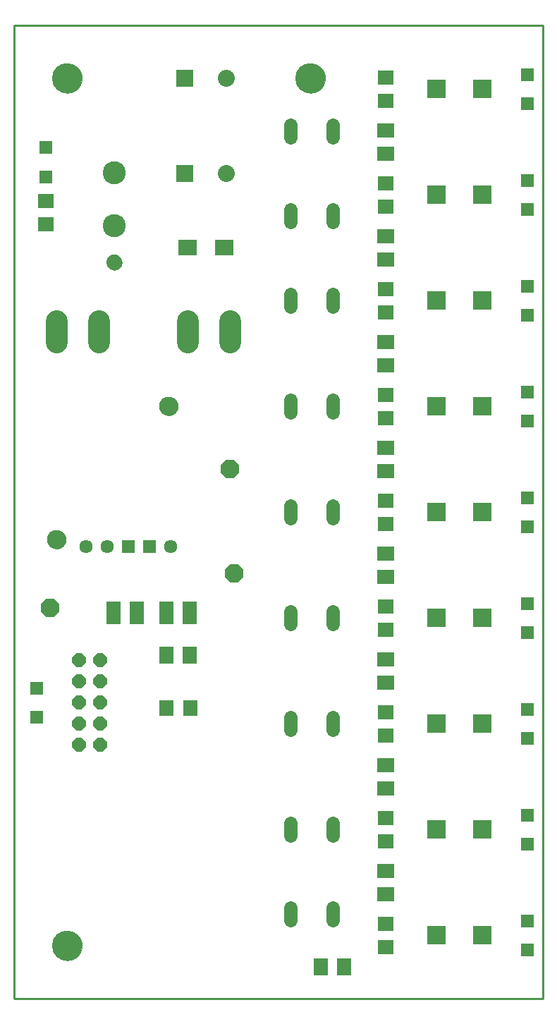
<source format=gts>
G75*
%MOIN*%
%OFA0B0*%
%FSLAX25Y25*%
%IPPOS*%
%LPD*%
%AMOC8*
5,1,8,0,0,1.08239X$1,22.5*
%
%ADD10C,0.00000*%
%ADD11C,0.14180*%
%ADD12C,0.01000*%
%ADD13R,0.08600X0.07400*%
%ADD14R,0.06699X0.11030*%
%ADD15C,0.08000*%
%ADD16R,0.08000X0.08000*%
%ADD17R,0.06306X0.06306*%
%ADD18R,0.07498X0.06699*%
%ADD19OC8,0.08900*%
%ADD20C,0.06400*%
%ADD21R,0.08668X0.08668*%
%ADD22OC8,0.06400*%
%ADD23R,0.06699X0.07498*%
%ADD24C,0.06337*%
%ADD25R,0.06337X0.06337*%
%ADD26C,0.09000*%
%ADD27R,0.08274X0.06699*%
%ADD28R,0.06699X0.08274*%
%ADD29C,0.10400*%
%ADD30C,0.10900*%
%ADD31C,0.07400*%
D10*
X0019610Y0028269D02*
X0019612Y0028438D01*
X0019618Y0028607D01*
X0019629Y0028776D01*
X0019643Y0028944D01*
X0019662Y0029112D01*
X0019685Y0029280D01*
X0019711Y0029447D01*
X0019742Y0029613D01*
X0019777Y0029779D01*
X0019816Y0029943D01*
X0019860Y0030107D01*
X0019907Y0030269D01*
X0019958Y0030430D01*
X0020013Y0030590D01*
X0020072Y0030749D01*
X0020134Y0030906D01*
X0020201Y0031061D01*
X0020272Y0031215D01*
X0020346Y0031367D01*
X0020424Y0031517D01*
X0020505Y0031665D01*
X0020590Y0031811D01*
X0020679Y0031955D01*
X0020771Y0032097D01*
X0020867Y0032236D01*
X0020966Y0032373D01*
X0021068Y0032508D01*
X0021174Y0032640D01*
X0021283Y0032769D01*
X0021395Y0032896D01*
X0021510Y0033020D01*
X0021628Y0033141D01*
X0021749Y0033259D01*
X0021873Y0033374D01*
X0022000Y0033486D01*
X0022129Y0033595D01*
X0022261Y0033701D01*
X0022396Y0033803D01*
X0022533Y0033902D01*
X0022672Y0033998D01*
X0022814Y0034090D01*
X0022958Y0034179D01*
X0023104Y0034264D01*
X0023252Y0034345D01*
X0023402Y0034423D01*
X0023554Y0034497D01*
X0023708Y0034568D01*
X0023863Y0034635D01*
X0024020Y0034697D01*
X0024179Y0034756D01*
X0024339Y0034811D01*
X0024500Y0034862D01*
X0024662Y0034909D01*
X0024826Y0034953D01*
X0024990Y0034992D01*
X0025156Y0035027D01*
X0025322Y0035058D01*
X0025489Y0035084D01*
X0025657Y0035107D01*
X0025825Y0035126D01*
X0025993Y0035140D01*
X0026162Y0035151D01*
X0026331Y0035157D01*
X0026500Y0035159D01*
X0026669Y0035157D01*
X0026838Y0035151D01*
X0027007Y0035140D01*
X0027175Y0035126D01*
X0027343Y0035107D01*
X0027511Y0035084D01*
X0027678Y0035058D01*
X0027844Y0035027D01*
X0028010Y0034992D01*
X0028174Y0034953D01*
X0028338Y0034909D01*
X0028500Y0034862D01*
X0028661Y0034811D01*
X0028821Y0034756D01*
X0028980Y0034697D01*
X0029137Y0034635D01*
X0029292Y0034568D01*
X0029446Y0034497D01*
X0029598Y0034423D01*
X0029748Y0034345D01*
X0029896Y0034264D01*
X0030042Y0034179D01*
X0030186Y0034090D01*
X0030328Y0033998D01*
X0030467Y0033902D01*
X0030604Y0033803D01*
X0030739Y0033701D01*
X0030871Y0033595D01*
X0031000Y0033486D01*
X0031127Y0033374D01*
X0031251Y0033259D01*
X0031372Y0033141D01*
X0031490Y0033020D01*
X0031605Y0032896D01*
X0031717Y0032769D01*
X0031826Y0032640D01*
X0031932Y0032508D01*
X0032034Y0032373D01*
X0032133Y0032236D01*
X0032229Y0032097D01*
X0032321Y0031955D01*
X0032410Y0031811D01*
X0032495Y0031665D01*
X0032576Y0031517D01*
X0032654Y0031367D01*
X0032728Y0031215D01*
X0032799Y0031061D01*
X0032866Y0030906D01*
X0032928Y0030749D01*
X0032987Y0030590D01*
X0033042Y0030430D01*
X0033093Y0030269D01*
X0033140Y0030107D01*
X0033184Y0029943D01*
X0033223Y0029779D01*
X0033258Y0029613D01*
X0033289Y0029447D01*
X0033315Y0029280D01*
X0033338Y0029112D01*
X0033357Y0028944D01*
X0033371Y0028776D01*
X0033382Y0028607D01*
X0033388Y0028438D01*
X0033390Y0028269D01*
X0033388Y0028100D01*
X0033382Y0027931D01*
X0033371Y0027762D01*
X0033357Y0027594D01*
X0033338Y0027426D01*
X0033315Y0027258D01*
X0033289Y0027091D01*
X0033258Y0026925D01*
X0033223Y0026759D01*
X0033184Y0026595D01*
X0033140Y0026431D01*
X0033093Y0026269D01*
X0033042Y0026108D01*
X0032987Y0025948D01*
X0032928Y0025789D01*
X0032866Y0025632D01*
X0032799Y0025477D01*
X0032728Y0025323D01*
X0032654Y0025171D01*
X0032576Y0025021D01*
X0032495Y0024873D01*
X0032410Y0024727D01*
X0032321Y0024583D01*
X0032229Y0024441D01*
X0032133Y0024302D01*
X0032034Y0024165D01*
X0031932Y0024030D01*
X0031826Y0023898D01*
X0031717Y0023769D01*
X0031605Y0023642D01*
X0031490Y0023518D01*
X0031372Y0023397D01*
X0031251Y0023279D01*
X0031127Y0023164D01*
X0031000Y0023052D01*
X0030871Y0022943D01*
X0030739Y0022837D01*
X0030604Y0022735D01*
X0030467Y0022636D01*
X0030328Y0022540D01*
X0030186Y0022448D01*
X0030042Y0022359D01*
X0029896Y0022274D01*
X0029748Y0022193D01*
X0029598Y0022115D01*
X0029446Y0022041D01*
X0029292Y0021970D01*
X0029137Y0021903D01*
X0028980Y0021841D01*
X0028821Y0021782D01*
X0028661Y0021727D01*
X0028500Y0021676D01*
X0028338Y0021629D01*
X0028174Y0021585D01*
X0028010Y0021546D01*
X0027844Y0021511D01*
X0027678Y0021480D01*
X0027511Y0021454D01*
X0027343Y0021431D01*
X0027175Y0021412D01*
X0027007Y0021398D01*
X0026838Y0021387D01*
X0026669Y0021381D01*
X0026500Y0021379D01*
X0026331Y0021381D01*
X0026162Y0021387D01*
X0025993Y0021398D01*
X0025825Y0021412D01*
X0025657Y0021431D01*
X0025489Y0021454D01*
X0025322Y0021480D01*
X0025156Y0021511D01*
X0024990Y0021546D01*
X0024826Y0021585D01*
X0024662Y0021629D01*
X0024500Y0021676D01*
X0024339Y0021727D01*
X0024179Y0021782D01*
X0024020Y0021841D01*
X0023863Y0021903D01*
X0023708Y0021970D01*
X0023554Y0022041D01*
X0023402Y0022115D01*
X0023252Y0022193D01*
X0023104Y0022274D01*
X0022958Y0022359D01*
X0022814Y0022448D01*
X0022672Y0022540D01*
X0022533Y0022636D01*
X0022396Y0022735D01*
X0022261Y0022837D01*
X0022129Y0022943D01*
X0022000Y0023052D01*
X0021873Y0023164D01*
X0021749Y0023279D01*
X0021628Y0023397D01*
X0021510Y0023518D01*
X0021395Y0023642D01*
X0021283Y0023769D01*
X0021174Y0023898D01*
X0021068Y0024030D01*
X0020966Y0024165D01*
X0020867Y0024302D01*
X0020771Y0024441D01*
X0020679Y0024583D01*
X0020590Y0024727D01*
X0020505Y0024873D01*
X0020424Y0025021D01*
X0020346Y0025171D01*
X0020272Y0025323D01*
X0020201Y0025477D01*
X0020134Y0025632D01*
X0020072Y0025789D01*
X0020013Y0025948D01*
X0019958Y0026108D01*
X0019907Y0026269D01*
X0019860Y0026431D01*
X0019816Y0026595D01*
X0019777Y0026759D01*
X0019742Y0026925D01*
X0019711Y0027091D01*
X0019685Y0027258D01*
X0019662Y0027426D01*
X0019643Y0027594D01*
X0019629Y0027762D01*
X0019618Y0027931D01*
X0019612Y0028100D01*
X0019610Y0028269D01*
X0017165Y0220284D02*
X0017167Y0220415D01*
X0017173Y0220545D01*
X0017183Y0220675D01*
X0017197Y0220805D01*
X0017214Y0220934D01*
X0017236Y0221063D01*
X0017262Y0221191D01*
X0017291Y0221318D01*
X0017324Y0221444D01*
X0017362Y0221569D01*
X0017402Y0221693D01*
X0017447Y0221816D01*
X0017495Y0221937D01*
X0017547Y0222057D01*
X0017603Y0222175D01*
X0017662Y0222291D01*
X0017725Y0222406D01*
X0017791Y0222518D01*
X0017860Y0222629D01*
X0017933Y0222737D01*
X0018009Y0222843D01*
X0018089Y0222947D01*
X0018171Y0223048D01*
X0018256Y0223147D01*
X0018345Y0223243D01*
X0018436Y0223336D01*
X0018530Y0223427D01*
X0018627Y0223514D01*
X0018726Y0223599D01*
X0018828Y0223680D01*
X0018932Y0223759D01*
X0019039Y0223834D01*
X0019148Y0223906D01*
X0019259Y0223975D01*
X0019372Y0224040D01*
X0019487Y0224102D01*
X0019604Y0224160D01*
X0019722Y0224215D01*
X0019842Y0224266D01*
X0019964Y0224313D01*
X0020087Y0224357D01*
X0020211Y0224397D01*
X0020336Y0224433D01*
X0020463Y0224466D01*
X0020590Y0224494D01*
X0020718Y0224519D01*
X0020847Y0224539D01*
X0020977Y0224556D01*
X0021106Y0224569D01*
X0021237Y0224578D01*
X0021367Y0224583D01*
X0021498Y0224584D01*
X0021628Y0224581D01*
X0021758Y0224574D01*
X0021889Y0224563D01*
X0022018Y0224548D01*
X0022147Y0224530D01*
X0022276Y0224507D01*
X0022404Y0224480D01*
X0022531Y0224450D01*
X0022657Y0224416D01*
X0022781Y0224378D01*
X0022905Y0224336D01*
X0023027Y0224290D01*
X0023148Y0224241D01*
X0023267Y0224188D01*
X0023385Y0224131D01*
X0023501Y0224071D01*
X0023615Y0224008D01*
X0023727Y0223941D01*
X0023837Y0223871D01*
X0023945Y0223797D01*
X0024050Y0223720D01*
X0024153Y0223640D01*
X0024254Y0223557D01*
X0024352Y0223471D01*
X0024447Y0223382D01*
X0024540Y0223290D01*
X0024630Y0223195D01*
X0024717Y0223098D01*
X0024801Y0222998D01*
X0024881Y0222895D01*
X0024959Y0222790D01*
X0025034Y0222683D01*
X0025105Y0222574D01*
X0025172Y0222462D01*
X0025237Y0222349D01*
X0025298Y0222233D01*
X0025355Y0222116D01*
X0025409Y0221997D01*
X0025459Y0221877D01*
X0025506Y0221755D01*
X0025548Y0221631D01*
X0025587Y0221507D01*
X0025623Y0221381D01*
X0025654Y0221254D01*
X0025682Y0221127D01*
X0025705Y0220999D01*
X0025725Y0220870D01*
X0025741Y0220740D01*
X0025753Y0220610D01*
X0025761Y0220480D01*
X0025765Y0220349D01*
X0025765Y0220219D01*
X0025761Y0220088D01*
X0025753Y0219958D01*
X0025741Y0219828D01*
X0025725Y0219698D01*
X0025705Y0219569D01*
X0025682Y0219441D01*
X0025654Y0219314D01*
X0025623Y0219187D01*
X0025587Y0219061D01*
X0025548Y0218937D01*
X0025506Y0218813D01*
X0025459Y0218691D01*
X0025409Y0218571D01*
X0025355Y0218452D01*
X0025298Y0218335D01*
X0025237Y0218219D01*
X0025172Y0218106D01*
X0025105Y0217994D01*
X0025034Y0217885D01*
X0024959Y0217778D01*
X0024881Y0217673D01*
X0024801Y0217570D01*
X0024717Y0217470D01*
X0024630Y0217373D01*
X0024540Y0217278D01*
X0024447Y0217186D01*
X0024352Y0217097D01*
X0024254Y0217011D01*
X0024153Y0216928D01*
X0024050Y0216848D01*
X0023945Y0216771D01*
X0023837Y0216697D01*
X0023727Y0216627D01*
X0023615Y0216560D01*
X0023501Y0216497D01*
X0023385Y0216437D01*
X0023267Y0216380D01*
X0023148Y0216327D01*
X0023027Y0216278D01*
X0022905Y0216232D01*
X0022781Y0216190D01*
X0022657Y0216152D01*
X0022531Y0216118D01*
X0022404Y0216088D01*
X0022276Y0216061D01*
X0022147Y0216038D01*
X0022018Y0216020D01*
X0021889Y0216005D01*
X0021758Y0215994D01*
X0021628Y0215987D01*
X0021498Y0215984D01*
X0021367Y0215985D01*
X0021237Y0215990D01*
X0021106Y0215999D01*
X0020977Y0216012D01*
X0020847Y0216029D01*
X0020718Y0216049D01*
X0020590Y0216074D01*
X0020463Y0216102D01*
X0020336Y0216135D01*
X0020211Y0216171D01*
X0020087Y0216211D01*
X0019964Y0216255D01*
X0019842Y0216302D01*
X0019722Y0216353D01*
X0019604Y0216408D01*
X0019487Y0216466D01*
X0019372Y0216528D01*
X0019259Y0216593D01*
X0019148Y0216662D01*
X0019039Y0216734D01*
X0018932Y0216809D01*
X0018828Y0216888D01*
X0018726Y0216969D01*
X0018627Y0217054D01*
X0018530Y0217141D01*
X0018436Y0217232D01*
X0018345Y0217325D01*
X0018256Y0217421D01*
X0018171Y0217520D01*
X0018089Y0217621D01*
X0018009Y0217725D01*
X0017933Y0217831D01*
X0017860Y0217939D01*
X0017791Y0218050D01*
X0017725Y0218162D01*
X0017662Y0218277D01*
X0017603Y0218393D01*
X0017547Y0218511D01*
X0017495Y0218631D01*
X0017447Y0218752D01*
X0017402Y0218875D01*
X0017362Y0218999D01*
X0017324Y0219124D01*
X0017291Y0219250D01*
X0017262Y0219377D01*
X0017236Y0219505D01*
X0017214Y0219634D01*
X0017197Y0219763D01*
X0017183Y0219893D01*
X0017173Y0220023D01*
X0017167Y0220153D01*
X0017165Y0220284D01*
X0070165Y0283284D02*
X0070167Y0283415D01*
X0070173Y0283545D01*
X0070183Y0283675D01*
X0070197Y0283805D01*
X0070214Y0283934D01*
X0070236Y0284063D01*
X0070262Y0284191D01*
X0070291Y0284318D01*
X0070324Y0284444D01*
X0070362Y0284569D01*
X0070402Y0284693D01*
X0070447Y0284816D01*
X0070495Y0284937D01*
X0070547Y0285057D01*
X0070603Y0285175D01*
X0070662Y0285291D01*
X0070725Y0285406D01*
X0070791Y0285518D01*
X0070860Y0285629D01*
X0070933Y0285737D01*
X0071009Y0285843D01*
X0071089Y0285947D01*
X0071171Y0286048D01*
X0071256Y0286147D01*
X0071345Y0286243D01*
X0071436Y0286336D01*
X0071530Y0286427D01*
X0071627Y0286514D01*
X0071726Y0286599D01*
X0071828Y0286680D01*
X0071932Y0286759D01*
X0072039Y0286834D01*
X0072148Y0286906D01*
X0072259Y0286975D01*
X0072372Y0287040D01*
X0072487Y0287102D01*
X0072604Y0287160D01*
X0072722Y0287215D01*
X0072842Y0287266D01*
X0072964Y0287313D01*
X0073087Y0287357D01*
X0073211Y0287397D01*
X0073336Y0287433D01*
X0073463Y0287466D01*
X0073590Y0287494D01*
X0073718Y0287519D01*
X0073847Y0287539D01*
X0073977Y0287556D01*
X0074106Y0287569D01*
X0074237Y0287578D01*
X0074367Y0287583D01*
X0074498Y0287584D01*
X0074628Y0287581D01*
X0074758Y0287574D01*
X0074889Y0287563D01*
X0075018Y0287548D01*
X0075147Y0287530D01*
X0075276Y0287507D01*
X0075404Y0287480D01*
X0075531Y0287450D01*
X0075657Y0287416D01*
X0075781Y0287378D01*
X0075905Y0287336D01*
X0076027Y0287290D01*
X0076148Y0287241D01*
X0076267Y0287188D01*
X0076385Y0287131D01*
X0076501Y0287071D01*
X0076615Y0287008D01*
X0076727Y0286941D01*
X0076837Y0286871D01*
X0076945Y0286797D01*
X0077050Y0286720D01*
X0077153Y0286640D01*
X0077254Y0286557D01*
X0077352Y0286471D01*
X0077447Y0286382D01*
X0077540Y0286290D01*
X0077630Y0286195D01*
X0077717Y0286098D01*
X0077801Y0285998D01*
X0077881Y0285895D01*
X0077959Y0285790D01*
X0078034Y0285683D01*
X0078105Y0285574D01*
X0078172Y0285462D01*
X0078237Y0285349D01*
X0078298Y0285233D01*
X0078355Y0285116D01*
X0078409Y0284997D01*
X0078459Y0284877D01*
X0078506Y0284755D01*
X0078548Y0284631D01*
X0078587Y0284507D01*
X0078623Y0284381D01*
X0078654Y0284254D01*
X0078682Y0284127D01*
X0078705Y0283999D01*
X0078725Y0283870D01*
X0078741Y0283740D01*
X0078753Y0283610D01*
X0078761Y0283480D01*
X0078765Y0283349D01*
X0078765Y0283219D01*
X0078761Y0283088D01*
X0078753Y0282958D01*
X0078741Y0282828D01*
X0078725Y0282698D01*
X0078705Y0282569D01*
X0078682Y0282441D01*
X0078654Y0282314D01*
X0078623Y0282187D01*
X0078587Y0282061D01*
X0078548Y0281937D01*
X0078506Y0281813D01*
X0078459Y0281691D01*
X0078409Y0281571D01*
X0078355Y0281452D01*
X0078298Y0281335D01*
X0078237Y0281219D01*
X0078172Y0281106D01*
X0078105Y0280994D01*
X0078034Y0280885D01*
X0077959Y0280778D01*
X0077881Y0280673D01*
X0077801Y0280570D01*
X0077717Y0280470D01*
X0077630Y0280373D01*
X0077540Y0280278D01*
X0077447Y0280186D01*
X0077352Y0280097D01*
X0077254Y0280011D01*
X0077153Y0279928D01*
X0077050Y0279848D01*
X0076945Y0279771D01*
X0076837Y0279697D01*
X0076727Y0279627D01*
X0076615Y0279560D01*
X0076501Y0279497D01*
X0076385Y0279437D01*
X0076267Y0279380D01*
X0076148Y0279327D01*
X0076027Y0279278D01*
X0075905Y0279232D01*
X0075781Y0279190D01*
X0075657Y0279152D01*
X0075531Y0279118D01*
X0075404Y0279088D01*
X0075276Y0279061D01*
X0075147Y0279038D01*
X0075018Y0279020D01*
X0074889Y0279005D01*
X0074758Y0278994D01*
X0074628Y0278987D01*
X0074498Y0278984D01*
X0074367Y0278985D01*
X0074237Y0278990D01*
X0074106Y0278999D01*
X0073977Y0279012D01*
X0073847Y0279029D01*
X0073718Y0279049D01*
X0073590Y0279074D01*
X0073463Y0279102D01*
X0073336Y0279135D01*
X0073211Y0279171D01*
X0073087Y0279211D01*
X0072964Y0279255D01*
X0072842Y0279302D01*
X0072722Y0279353D01*
X0072604Y0279408D01*
X0072487Y0279466D01*
X0072372Y0279528D01*
X0072259Y0279593D01*
X0072148Y0279662D01*
X0072039Y0279734D01*
X0071932Y0279809D01*
X0071828Y0279888D01*
X0071726Y0279969D01*
X0071627Y0280054D01*
X0071530Y0280141D01*
X0071436Y0280232D01*
X0071345Y0280325D01*
X0071256Y0280421D01*
X0071171Y0280520D01*
X0071089Y0280621D01*
X0071009Y0280725D01*
X0070933Y0280831D01*
X0070860Y0280939D01*
X0070791Y0281050D01*
X0070725Y0281162D01*
X0070662Y0281277D01*
X0070603Y0281393D01*
X0070547Y0281511D01*
X0070495Y0281631D01*
X0070447Y0281752D01*
X0070402Y0281875D01*
X0070362Y0281999D01*
X0070324Y0282124D01*
X0070291Y0282250D01*
X0070262Y0282377D01*
X0070236Y0282505D01*
X0070214Y0282634D01*
X0070197Y0282763D01*
X0070183Y0282893D01*
X0070173Y0283023D01*
X0070167Y0283153D01*
X0070165Y0283284D01*
X0045244Y0351221D02*
X0045246Y0351339D01*
X0045252Y0351457D01*
X0045262Y0351575D01*
X0045276Y0351692D01*
X0045294Y0351809D01*
X0045316Y0351926D01*
X0045341Y0352041D01*
X0045371Y0352155D01*
X0045405Y0352269D01*
X0045442Y0352381D01*
X0045483Y0352492D01*
X0045528Y0352601D01*
X0045576Y0352709D01*
X0045628Y0352815D01*
X0045684Y0352920D01*
X0045743Y0353022D01*
X0045805Y0353122D01*
X0045871Y0353220D01*
X0045940Y0353316D01*
X0046013Y0353410D01*
X0046088Y0353501D01*
X0046167Y0353589D01*
X0046248Y0353675D01*
X0046333Y0353758D01*
X0046420Y0353838D01*
X0046509Y0353915D01*
X0046602Y0353989D01*
X0046696Y0354059D01*
X0046793Y0354127D01*
X0046893Y0354191D01*
X0046994Y0354252D01*
X0047097Y0354309D01*
X0047203Y0354363D01*
X0047310Y0354414D01*
X0047418Y0354460D01*
X0047528Y0354503D01*
X0047640Y0354542D01*
X0047753Y0354578D01*
X0047867Y0354609D01*
X0047982Y0354637D01*
X0048097Y0354661D01*
X0048214Y0354681D01*
X0048331Y0354697D01*
X0048449Y0354709D01*
X0048567Y0354717D01*
X0048685Y0354721D01*
X0048803Y0354721D01*
X0048921Y0354717D01*
X0049039Y0354709D01*
X0049157Y0354697D01*
X0049274Y0354681D01*
X0049391Y0354661D01*
X0049506Y0354637D01*
X0049621Y0354609D01*
X0049735Y0354578D01*
X0049848Y0354542D01*
X0049960Y0354503D01*
X0050070Y0354460D01*
X0050178Y0354414D01*
X0050285Y0354363D01*
X0050391Y0354309D01*
X0050494Y0354252D01*
X0050595Y0354191D01*
X0050695Y0354127D01*
X0050792Y0354059D01*
X0050886Y0353989D01*
X0050979Y0353915D01*
X0051068Y0353838D01*
X0051155Y0353758D01*
X0051240Y0353675D01*
X0051321Y0353589D01*
X0051400Y0353501D01*
X0051475Y0353410D01*
X0051548Y0353316D01*
X0051617Y0353220D01*
X0051683Y0353122D01*
X0051745Y0353022D01*
X0051804Y0352920D01*
X0051860Y0352815D01*
X0051912Y0352709D01*
X0051960Y0352601D01*
X0052005Y0352492D01*
X0052046Y0352381D01*
X0052083Y0352269D01*
X0052117Y0352155D01*
X0052147Y0352041D01*
X0052172Y0351926D01*
X0052194Y0351809D01*
X0052212Y0351692D01*
X0052226Y0351575D01*
X0052236Y0351457D01*
X0052242Y0351339D01*
X0052244Y0351221D01*
X0052242Y0351103D01*
X0052236Y0350985D01*
X0052226Y0350867D01*
X0052212Y0350750D01*
X0052194Y0350633D01*
X0052172Y0350516D01*
X0052147Y0350401D01*
X0052117Y0350287D01*
X0052083Y0350173D01*
X0052046Y0350061D01*
X0052005Y0349950D01*
X0051960Y0349841D01*
X0051912Y0349733D01*
X0051860Y0349627D01*
X0051804Y0349522D01*
X0051745Y0349420D01*
X0051683Y0349320D01*
X0051617Y0349222D01*
X0051548Y0349126D01*
X0051475Y0349032D01*
X0051400Y0348941D01*
X0051321Y0348853D01*
X0051240Y0348767D01*
X0051155Y0348684D01*
X0051068Y0348604D01*
X0050979Y0348527D01*
X0050886Y0348453D01*
X0050792Y0348383D01*
X0050695Y0348315D01*
X0050595Y0348251D01*
X0050494Y0348190D01*
X0050391Y0348133D01*
X0050285Y0348079D01*
X0050178Y0348028D01*
X0050070Y0347982D01*
X0049960Y0347939D01*
X0049848Y0347900D01*
X0049735Y0347864D01*
X0049621Y0347833D01*
X0049506Y0347805D01*
X0049391Y0347781D01*
X0049274Y0347761D01*
X0049157Y0347745D01*
X0049039Y0347733D01*
X0048921Y0347725D01*
X0048803Y0347721D01*
X0048685Y0347721D01*
X0048567Y0347725D01*
X0048449Y0347733D01*
X0048331Y0347745D01*
X0048214Y0347761D01*
X0048097Y0347781D01*
X0047982Y0347805D01*
X0047867Y0347833D01*
X0047753Y0347864D01*
X0047640Y0347900D01*
X0047528Y0347939D01*
X0047418Y0347982D01*
X0047310Y0348028D01*
X0047203Y0348079D01*
X0047097Y0348133D01*
X0046994Y0348190D01*
X0046893Y0348251D01*
X0046793Y0348315D01*
X0046696Y0348383D01*
X0046602Y0348453D01*
X0046509Y0348527D01*
X0046420Y0348604D01*
X0046333Y0348684D01*
X0046248Y0348767D01*
X0046167Y0348853D01*
X0046088Y0348941D01*
X0046013Y0349032D01*
X0045940Y0349126D01*
X0045871Y0349222D01*
X0045805Y0349320D01*
X0045743Y0349420D01*
X0045684Y0349522D01*
X0045628Y0349627D01*
X0045576Y0349733D01*
X0045528Y0349841D01*
X0045483Y0349950D01*
X0045442Y0350061D01*
X0045405Y0350173D01*
X0045371Y0350287D01*
X0045341Y0350401D01*
X0045316Y0350516D01*
X0045294Y0350633D01*
X0045276Y0350750D01*
X0045262Y0350867D01*
X0045252Y0350985D01*
X0045246Y0351103D01*
X0045244Y0351221D01*
X0019610Y0438269D02*
X0019612Y0438438D01*
X0019618Y0438607D01*
X0019629Y0438776D01*
X0019643Y0438944D01*
X0019662Y0439112D01*
X0019685Y0439280D01*
X0019711Y0439447D01*
X0019742Y0439613D01*
X0019777Y0439779D01*
X0019816Y0439943D01*
X0019860Y0440107D01*
X0019907Y0440269D01*
X0019958Y0440430D01*
X0020013Y0440590D01*
X0020072Y0440749D01*
X0020134Y0440906D01*
X0020201Y0441061D01*
X0020272Y0441215D01*
X0020346Y0441367D01*
X0020424Y0441517D01*
X0020505Y0441665D01*
X0020590Y0441811D01*
X0020679Y0441955D01*
X0020771Y0442097D01*
X0020867Y0442236D01*
X0020966Y0442373D01*
X0021068Y0442508D01*
X0021174Y0442640D01*
X0021283Y0442769D01*
X0021395Y0442896D01*
X0021510Y0443020D01*
X0021628Y0443141D01*
X0021749Y0443259D01*
X0021873Y0443374D01*
X0022000Y0443486D01*
X0022129Y0443595D01*
X0022261Y0443701D01*
X0022396Y0443803D01*
X0022533Y0443902D01*
X0022672Y0443998D01*
X0022814Y0444090D01*
X0022958Y0444179D01*
X0023104Y0444264D01*
X0023252Y0444345D01*
X0023402Y0444423D01*
X0023554Y0444497D01*
X0023708Y0444568D01*
X0023863Y0444635D01*
X0024020Y0444697D01*
X0024179Y0444756D01*
X0024339Y0444811D01*
X0024500Y0444862D01*
X0024662Y0444909D01*
X0024826Y0444953D01*
X0024990Y0444992D01*
X0025156Y0445027D01*
X0025322Y0445058D01*
X0025489Y0445084D01*
X0025657Y0445107D01*
X0025825Y0445126D01*
X0025993Y0445140D01*
X0026162Y0445151D01*
X0026331Y0445157D01*
X0026500Y0445159D01*
X0026669Y0445157D01*
X0026838Y0445151D01*
X0027007Y0445140D01*
X0027175Y0445126D01*
X0027343Y0445107D01*
X0027511Y0445084D01*
X0027678Y0445058D01*
X0027844Y0445027D01*
X0028010Y0444992D01*
X0028174Y0444953D01*
X0028338Y0444909D01*
X0028500Y0444862D01*
X0028661Y0444811D01*
X0028821Y0444756D01*
X0028980Y0444697D01*
X0029137Y0444635D01*
X0029292Y0444568D01*
X0029446Y0444497D01*
X0029598Y0444423D01*
X0029748Y0444345D01*
X0029896Y0444264D01*
X0030042Y0444179D01*
X0030186Y0444090D01*
X0030328Y0443998D01*
X0030467Y0443902D01*
X0030604Y0443803D01*
X0030739Y0443701D01*
X0030871Y0443595D01*
X0031000Y0443486D01*
X0031127Y0443374D01*
X0031251Y0443259D01*
X0031372Y0443141D01*
X0031490Y0443020D01*
X0031605Y0442896D01*
X0031717Y0442769D01*
X0031826Y0442640D01*
X0031932Y0442508D01*
X0032034Y0442373D01*
X0032133Y0442236D01*
X0032229Y0442097D01*
X0032321Y0441955D01*
X0032410Y0441811D01*
X0032495Y0441665D01*
X0032576Y0441517D01*
X0032654Y0441367D01*
X0032728Y0441215D01*
X0032799Y0441061D01*
X0032866Y0440906D01*
X0032928Y0440749D01*
X0032987Y0440590D01*
X0033042Y0440430D01*
X0033093Y0440269D01*
X0033140Y0440107D01*
X0033184Y0439943D01*
X0033223Y0439779D01*
X0033258Y0439613D01*
X0033289Y0439447D01*
X0033315Y0439280D01*
X0033338Y0439112D01*
X0033357Y0438944D01*
X0033371Y0438776D01*
X0033382Y0438607D01*
X0033388Y0438438D01*
X0033390Y0438269D01*
X0033388Y0438100D01*
X0033382Y0437931D01*
X0033371Y0437762D01*
X0033357Y0437594D01*
X0033338Y0437426D01*
X0033315Y0437258D01*
X0033289Y0437091D01*
X0033258Y0436925D01*
X0033223Y0436759D01*
X0033184Y0436595D01*
X0033140Y0436431D01*
X0033093Y0436269D01*
X0033042Y0436108D01*
X0032987Y0435948D01*
X0032928Y0435789D01*
X0032866Y0435632D01*
X0032799Y0435477D01*
X0032728Y0435323D01*
X0032654Y0435171D01*
X0032576Y0435021D01*
X0032495Y0434873D01*
X0032410Y0434727D01*
X0032321Y0434583D01*
X0032229Y0434441D01*
X0032133Y0434302D01*
X0032034Y0434165D01*
X0031932Y0434030D01*
X0031826Y0433898D01*
X0031717Y0433769D01*
X0031605Y0433642D01*
X0031490Y0433518D01*
X0031372Y0433397D01*
X0031251Y0433279D01*
X0031127Y0433164D01*
X0031000Y0433052D01*
X0030871Y0432943D01*
X0030739Y0432837D01*
X0030604Y0432735D01*
X0030467Y0432636D01*
X0030328Y0432540D01*
X0030186Y0432448D01*
X0030042Y0432359D01*
X0029896Y0432274D01*
X0029748Y0432193D01*
X0029598Y0432115D01*
X0029446Y0432041D01*
X0029292Y0431970D01*
X0029137Y0431903D01*
X0028980Y0431841D01*
X0028821Y0431782D01*
X0028661Y0431727D01*
X0028500Y0431676D01*
X0028338Y0431629D01*
X0028174Y0431585D01*
X0028010Y0431546D01*
X0027844Y0431511D01*
X0027678Y0431480D01*
X0027511Y0431454D01*
X0027343Y0431431D01*
X0027175Y0431412D01*
X0027007Y0431398D01*
X0026838Y0431387D01*
X0026669Y0431381D01*
X0026500Y0431379D01*
X0026331Y0431381D01*
X0026162Y0431387D01*
X0025993Y0431398D01*
X0025825Y0431412D01*
X0025657Y0431431D01*
X0025489Y0431454D01*
X0025322Y0431480D01*
X0025156Y0431511D01*
X0024990Y0431546D01*
X0024826Y0431585D01*
X0024662Y0431629D01*
X0024500Y0431676D01*
X0024339Y0431727D01*
X0024179Y0431782D01*
X0024020Y0431841D01*
X0023863Y0431903D01*
X0023708Y0431970D01*
X0023554Y0432041D01*
X0023402Y0432115D01*
X0023252Y0432193D01*
X0023104Y0432274D01*
X0022958Y0432359D01*
X0022814Y0432448D01*
X0022672Y0432540D01*
X0022533Y0432636D01*
X0022396Y0432735D01*
X0022261Y0432837D01*
X0022129Y0432943D01*
X0022000Y0433052D01*
X0021873Y0433164D01*
X0021749Y0433279D01*
X0021628Y0433397D01*
X0021510Y0433518D01*
X0021395Y0433642D01*
X0021283Y0433769D01*
X0021174Y0433898D01*
X0021068Y0434030D01*
X0020966Y0434165D01*
X0020867Y0434302D01*
X0020771Y0434441D01*
X0020679Y0434583D01*
X0020590Y0434727D01*
X0020505Y0434873D01*
X0020424Y0435021D01*
X0020346Y0435171D01*
X0020272Y0435323D01*
X0020201Y0435477D01*
X0020134Y0435632D01*
X0020072Y0435789D01*
X0020013Y0435948D01*
X0019958Y0436108D01*
X0019907Y0436269D01*
X0019860Y0436431D01*
X0019816Y0436595D01*
X0019777Y0436759D01*
X0019742Y0436925D01*
X0019711Y0437091D01*
X0019685Y0437258D01*
X0019662Y0437426D01*
X0019643Y0437594D01*
X0019629Y0437762D01*
X0019618Y0437931D01*
X0019612Y0438100D01*
X0019610Y0438269D01*
X0134610Y0438269D02*
X0134612Y0438438D01*
X0134618Y0438607D01*
X0134629Y0438776D01*
X0134643Y0438944D01*
X0134662Y0439112D01*
X0134685Y0439280D01*
X0134711Y0439447D01*
X0134742Y0439613D01*
X0134777Y0439779D01*
X0134816Y0439943D01*
X0134860Y0440107D01*
X0134907Y0440269D01*
X0134958Y0440430D01*
X0135013Y0440590D01*
X0135072Y0440749D01*
X0135134Y0440906D01*
X0135201Y0441061D01*
X0135272Y0441215D01*
X0135346Y0441367D01*
X0135424Y0441517D01*
X0135505Y0441665D01*
X0135590Y0441811D01*
X0135679Y0441955D01*
X0135771Y0442097D01*
X0135867Y0442236D01*
X0135966Y0442373D01*
X0136068Y0442508D01*
X0136174Y0442640D01*
X0136283Y0442769D01*
X0136395Y0442896D01*
X0136510Y0443020D01*
X0136628Y0443141D01*
X0136749Y0443259D01*
X0136873Y0443374D01*
X0137000Y0443486D01*
X0137129Y0443595D01*
X0137261Y0443701D01*
X0137396Y0443803D01*
X0137533Y0443902D01*
X0137672Y0443998D01*
X0137814Y0444090D01*
X0137958Y0444179D01*
X0138104Y0444264D01*
X0138252Y0444345D01*
X0138402Y0444423D01*
X0138554Y0444497D01*
X0138708Y0444568D01*
X0138863Y0444635D01*
X0139020Y0444697D01*
X0139179Y0444756D01*
X0139339Y0444811D01*
X0139500Y0444862D01*
X0139662Y0444909D01*
X0139826Y0444953D01*
X0139990Y0444992D01*
X0140156Y0445027D01*
X0140322Y0445058D01*
X0140489Y0445084D01*
X0140657Y0445107D01*
X0140825Y0445126D01*
X0140993Y0445140D01*
X0141162Y0445151D01*
X0141331Y0445157D01*
X0141500Y0445159D01*
X0141669Y0445157D01*
X0141838Y0445151D01*
X0142007Y0445140D01*
X0142175Y0445126D01*
X0142343Y0445107D01*
X0142511Y0445084D01*
X0142678Y0445058D01*
X0142844Y0445027D01*
X0143010Y0444992D01*
X0143174Y0444953D01*
X0143338Y0444909D01*
X0143500Y0444862D01*
X0143661Y0444811D01*
X0143821Y0444756D01*
X0143980Y0444697D01*
X0144137Y0444635D01*
X0144292Y0444568D01*
X0144446Y0444497D01*
X0144598Y0444423D01*
X0144748Y0444345D01*
X0144896Y0444264D01*
X0145042Y0444179D01*
X0145186Y0444090D01*
X0145328Y0443998D01*
X0145467Y0443902D01*
X0145604Y0443803D01*
X0145739Y0443701D01*
X0145871Y0443595D01*
X0146000Y0443486D01*
X0146127Y0443374D01*
X0146251Y0443259D01*
X0146372Y0443141D01*
X0146490Y0443020D01*
X0146605Y0442896D01*
X0146717Y0442769D01*
X0146826Y0442640D01*
X0146932Y0442508D01*
X0147034Y0442373D01*
X0147133Y0442236D01*
X0147229Y0442097D01*
X0147321Y0441955D01*
X0147410Y0441811D01*
X0147495Y0441665D01*
X0147576Y0441517D01*
X0147654Y0441367D01*
X0147728Y0441215D01*
X0147799Y0441061D01*
X0147866Y0440906D01*
X0147928Y0440749D01*
X0147987Y0440590D01*
X0148042Y0440430D01*
X0148093Y0440269D01*
X0148140Y0440107D01*
X0148184Y0439943D01*
X0148223Y0439779D01*
X0148258Y0439613D01*
X0148289Y0439447D01*
X0148315Y0439280D01*
X0148338Y0439112D01*
X0148357Y0438944D01*
X0148371Y0438776D01*
X0148382Y0438607D01*
X0148388Y0438438D01*
X0148390Y0438269D01*
X0148388Y0438100D01*
X0148382Y0437931D01*
X0148371Y0437762D01*
X0148357Y0437594D01*
X0148338Y0437426D01*
X0148315Y0437258D01*
X0148289Y0437091D01*
X0148258Y0436925D01*
X0148223Y0436759D01*
X0148184Y0436595D01*
X0148140Y0436431D01*
X0148093Y0436269D01*
X0148042Y0436108D01*
X0147987Y0435948D01*
X0147928Y0435789D01*
X0147866Y0435632D01*
X0147799Y0435477D01*
X0147728Y0435323D01*
X0147654Y0435171D01*
X0147576Y0435021D01*
X0147495Y0434873D01*
X0147410Y0434727D01*
X0147321Y0434583D01*
X0147229Y0434441D01*
X0147133Y0434302D01*
X0147034Y0434165D01*
X0146932Y0434030D01*
X0146826Y0433898D01*
X0146717Y0433769D01*
X0146605Y0433642D01*
X0146490Y0433518D01*
X0146372Y0433397D01*
X0146251Y0433279D01*
X0146127Y0433164D01*
X0146000Y0433052D01*
X0145871Y0432943D01*
X0145739Y0432837D01*
X0145604Y0432735D01*
X0145467Y0432636D01*
X0145328Y0432540D01*
X0145186Y0432448D01*
X0145042Y0432359D01*
X0144896Y0432274D01*
X0144748Y0432193D01*
X0144598Y0432115D01*
X0144446Y0432041D01*
X0144292Y0431970D01*
X0144137Y0431903D01*
X0143980Y0431841D01*
X0143821Y0431782D01*
X0143661Y0431727D01*
X0143500Y0431676D01*
X0143338Y0431629D01*
X0143174Y0431585D01*
X0143010Y0431546D01*
X0142844Y0431511D01*
X0142678Y0431480D01*
X0142511Y0431454D01*
X0142343Y0431431D01*
X0142175Y0431412D01*
X0142007Y0431398D01*
X0141838Y0431387D01*
X0141669Y0431381D01*
X0141500Y0431379D01*
X0141331Y0431381D01*
X0141162Y0431387D01*
X0140993Y0431398D01*
X0140825Y0431412D01*
X0140657Y0431431D01*
X0140489Y0431454D01*
X0140322Y0431480D01*
X0140156Y0431511D01*
X0139990Y0431546D01*
X0139826Y0431585D01*
X0139662Y0431629D01*
X0139500Y0431676D01*
X0139339Y0431727D01*
X0139179Y0431782D01*
X0139020Y0431841D01*
X0138863Y0431903D01*
X0138708Y0431970D01*
X0138554Y0432041D01*
X0138402Y0432115D01*
X0138252Y0432193D01*
X0138104Y0432274D01*
X0137958Y0432359D01*
X0137814Y0432448D01*
X0137672Y0432540D01*
X0137533Y0432636D01*
X0137396Y0432735D01*
X0137261Y0432837D01*
X0137129Y0432943D01*
X0137000Y0433052D01*
X0136873Y0433164D01*
X0136749Y0433279D01*
X0136628Y0433397D01*
X0136510Y0433518D01*
X0136395Y0433642D01*
X0136283Y0433769D01*
X0136174Y0433898D01*
X0136068Y0434030D01*
X0135966Y0434165D01*
X0135867Y0434302D01*
X0135771Y0434441D01*
X0135679Y0434583D01*
X0135590Y0434727D01*
X0135505Y0434873D01*
X0135424Y0435021D01*
X0135346Y0435171D01*
X0135272Y0435323D01*
X0135201Y0435477D01*
X0135134Y0435632D01*
X0135072Y0435789D01*
X0135013Y0435948D01*
X0134958Y0436108D01*
X0134907Y0436269D01*
X0134860Y0436431D01*
X0134816Y0436595D01*
X0134777Y0436759D01*
X0134742Y0436925D01*
X0134711Y0437091D01*
X0134685Y0437258D01*
X0134662Y0437426D01*
X0134643Y0437594D01*
X0134629Y0437762D01*
X0134618Y0437931D01*
X0134612Y0438100D01*
X0134610Y0438269D01*
D11*
X0141500Y0438269D03*
X0026500Y0438269D03*
X0026500Y0028269D03*
D12*
X0001500Y0003269D02*
X0001500Y0463269D01*
X0251500Y0463269D01*
X0251500Y0003269D01*
X0001500Y0003269D01*
D13*
X0083392Y0358091D03*
X0100592Y0358091D03*
D14*
X0084472Y0185650D03*
X0073449Y0185650D03*
X0059472Y0185650D03*
X0048449Y0185650D03*
D15*
X0101835Y0393091D03*
X0101835Y0438091D03*
D16*
X0082150Y0438091D03*
X0082150Y0393091D03*
D17*
X0016555Y0391702D03*
X0016555Y0405481D03*
X0011992Y0149981D03*
X0011992Y0136202D03*
X0243992Y0139981D03*
X0243992Y0126202D03*
X0243992Y0089981D03*
X0243992Y0076202D03*
X0243992Y0039981D03*
X0243992Y0026202D03*
X0243992Y0176202D03*
X0243992Y0189981D03*
X0243992Y0226202D03*
X0243992Y0239981D03*
X0243992Y0276202D03*
X0243992Y0289981D03*
X0243992Y0326202D03*
X0243992Y0339981D03*
X0243992Y0376202D03*
X0243992Y0389981D03*
X0243992Y0426202D03*
X0243992Y0439981D03*
D18*
X0176992Y0438690D03*
X0176992Y0427493D03*
X0176992Y0388690D03*
X0176992Y0377493D03*
X0176992Y0338690D03*
X0176992Y0327493D03*
X0176992Y0288690D03*
X0176992Y0277493D03*
X0176992Y0238690D03*
X0176992Y0227493D03*
X0176992Y0188690D03*
X0176992Y0177493D03*
X0176992Y0138690D03*
X0176992Y0127493D03*
X0176992Y0088690D03*
X0176992Y0077493D03*
X0176992Y0038690D03*
X0176992Y0027493D03*
X0016315Y0369095D03*
X0016315Y0380292D03*
D19*
X0103386Y0253564D03*
X0105421Y0204312D03*
X0018433Y0187871D03*
D20*
X0131992Y0186091D02*
X0131992Y0180091D01*
X0151992Y0180091D02*
X0151992Y0186091D01*
X0151992Y0230091D02*
X0151992Y0236091D01*
X0131992Y0236091D02*
X0131992Y0230091D01*
X0131992Y0280091D02*
X0131992Y0286091D01*
X0151992Y0286091D02*
X0151992Y0280091D01*
X0151992Y0330091D02*
X0151992Y0336091D01*
X0151992Y0370091D02*
X0151992Y0376091D01*
X0131992Y0376091D02*
X0131992Y0370091D01*
X0131992Y0336091D02*
X0131992Y0330091D01*
X0131992Y0410091D02*
X0131992Y0416091D01*
X0151992Y0416091D02*
X0151992Y0410091D01*
X0151992Y0136091D02*
X0151992Y0130091D01*
X0131992Y0130091D02*
X0131992Y0136091D01*
X0131992Y0086091D02*
X0131992Y0080091D01*
X0151992Y0080091D02*
X0151992Y0086091D01*
X0151992Y0046091D02*
X0151992Y0040091D01*
X0131992Y0040091D02*
X0131992Y0046091D01*
D21*
X0201165Y0033091D03*
X0222819Y0033091D03*
X0222819Y0083091D03*
X0201165Y0083091D03*
X0201165Y0133091D03*
X0222819Y0133091D03*
X0222819Y0183091D03*
X0201165Y0183091D03*
X0201165Y0233091D03*
X0222819Y0233091D03*
X0222819Y0283091D03*
X0201165Y0283091D03*
X0201165Y0333091D03*
X0222819Y0333091D03*
X0222819Y0383091D03*
X0201165Y0383091D03*
X0201165Y0433091D03*
X0222819Y0433091D03*
D22*
X0041992Y0163091D03*
X0041992Y0153091D03*
X0041992Y0143091D03*
X0041992Y0133091D03*
X0041992Y0123091D03*
X0031992Y0123091D03*
X0031992Y0133091D03*
X0031992Y0143091D03*
X0031992Y0153091D03*
X0031992Y0163091D03*
D23*
X0073362Y0140650D03*
X0084559Y0140650D03*
D24*
X0075465Y0216784D03*
X0045465Y0216784D03*
X0035465Y0216784D03*
D25*
X0055465Y0216784D03*
X0065465Y0216784D03*
D26*
X0074465Y0283284D03*
X0021465Y0220284D03*
D27*
X0176992Y0213603D03*
X0176992Y0202580D03*
X0176992Y0163603D03*
X0176992Y0152580D03*
X0176992Y0113603D03*
X0176992Y0102580D03*
X0176992Y0063603D03*
X0176992Y0052580D03*
X0176992Y0252580D03*
X0176992Y0263603D03*
X0176992Y0302580D03*
X0176992Y0313603D03*
X0176992Y0352580D03*
X0176992Y0363603D03*
X0176992Y0402580D03*
X0176992Y0413603D03*
D28*
X0084472Y0165650D03*
X0073449Y0165650D03*
X0146480Y0018091D03*
X0157504Y0018091D03*
D29*
X0103524Y0313721D02*
X0103524Y0323721D01*
X0083524Y0323721D02*
X0083524Y0313721D01*
X0041524Y0313721D02*
X0041524Y0323721D01*
X0021524Y0323721D02*
X0021524Y0313721D01*
D30*
X0048744Y0368721D03*
X0048744Y0393721D03*
D31*
X0048744Y0351221D03*
M02*

</source>
